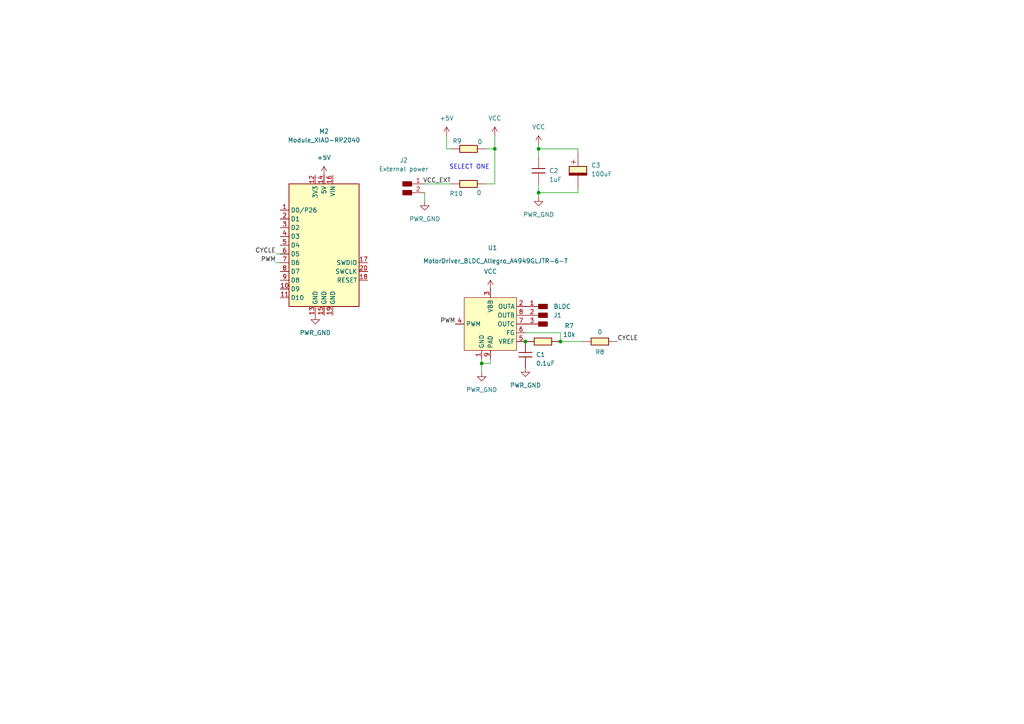
<source format=kicad_sch>
(kicad_sch (version 20250114) (generator "eeschema") (generator_version "9.0")
  (paper "A4")
  (lib_symbols
    (symbol "fab:CP_Elec_100uF_Panasonic_EEE-FN1E101UL" (pin_numbers (hide yes))
      (property "Reference" "C" (at 1.27 2.54 0))
      (property "Value" "CP_Elec_100uF_Panasonic_EEE-FN1E101UL" (at 1.27 -2.54 0))
      (symbol "CP_Elec_100uF_Panasonic_EEE-FN1E101UL_0_1"
        (rectangle (start -2.54 -0.635) (end 2.54 -1.27) (fill (type outline)))
        (polyline (pts (xy -2.54 -1.27) (xy -2.54 1.27) (xy 2.54 1.27) (xy 2.54 -1.27) (xy -2.54 -1.27)) (stroke (width 0.254)) (fill (type background)))
        (polyline (pts (xy -1.27 1.905) (xy -1.27 3.175)))
        (polyline (pts (xy -0.635 2.54) (xy -1.905 2.54)))
        (polyline (pts (xy 0 2.54) (xy 0 1.27)))
        (polyline (pts (xy 0 -1.27) (xy 0 -2.54)))
      )
      (symbol "CP_Elec_100uF_Panasonic_EEE-FN1E101UL_1_1"
        (pin passive line (at 0 5.08 270) (length 2.54) (name "~") (number "1"))
        (pin passive line (at 0 -5.08 90) (length 2.54) (name "~") (number "2"))
      )
    )
    (symbol "fab:C_1206" (pin_numbers (hide yes))
      (property "Reference" "C" (at 0.635 2.54 0))
      (property "Value" "C_1206" (at 0.635 -2.54 0))
      (symbol "C_1206_1_1"
        (polyline (pts (xy -1.905 0.635) (xy 1.905 0.635)) (stroke (width 0.25)))
        (polyline (pts (xy -1.905 -0.635) (xy 1.905 -0.635)) (stroke (width 0.25)))
        (pin passive line (at 0 3.81 270) (length 3.175) (name "~") (number "1"))
        (pin passive line (at 0 -3.81 90) (length 3.175) (name "~") (number "2"))
      )
    )
    (symbol "fab:Module_XIAO-RP2040"
      (property "Reference" "M1" (at 21.59 3.8802 0))
      (property "Value" "Module_XIAO-RP2040" (at 21.59 1.3402 0))
      (symbol "Module_XIAO-RP2040_1_1"
        (rectangle (start -10.16 20.32) (end 10.16 -15.24) (stroke (width 0.254)) (fill (type background)))
        (pin bidirectional line (at -12.7 12.7 0) (length 2.54) (name "D0/P26") (number "1"))
        (pin bidirectional line (at -12.7 10.16 0) (length 2.54) (name "D1") (number "2"))
        (pin bidirectional line (at -12.7 7.62 0) (length 2.54) (name "D2") (number "3"))
        (pin bidirectional line (at -12.7 5.08 0) (length 2.54) (name "D3") (number "4"))
        (pin bidirectional line (at -12.7 2.54 0) (length 2.54) (name "D4") (number "5"))
        (pin bidirectional line (at -12.7 0 0) (length 2.54) (name "D5") (number "6"))
        (pin bidirectional line (at -12.7 -2.54 0) (length 2.54) (name "D6") (number "7"))
        (pin bidirectional line (at -12.7 -5.08 0) (length 2.54) (name "D7") (number "8"))
        (pin bidirectional line (at -12.7 -7.62 0) (length 2.54) (name "D8") (number "9"))
        (pin bidirectional line (at -12.7 -10.16 0) (length 2.54) (name "D9") (number "10"))
        (pin bidirectional line (at -12.7 -12.7 0) (length 2.54) (name "D10") (number "11"))
        (pin power_in line (at -2.54 22.86 270) (length 2.54) (name "3V3") (number "12"))
        (pin power_in line (at -2.54 -17.78 90) (length 2.54) (name "GND") (number "13"))
        (pin power_in line (at 0 22.86 270) (length 2.54) (name "5V") (number "14"))
        (pin power_in line (at 0 -17.78 90) (length 2.54) (name "GND") (number "15"))
        (pin power_in line (at 2.54 22.86 270) (length 2.54) (name "VIN") (number "16"))
        (pin power_in line (at 2.54 -17.78 90) (length 2.54) (name "GND") (number "19"))
        (pin bidirectional line (at 12.7 -2.54 180) (length 2.54) (name "SWDIO") (number "17"))
        (pin input line (at 12.7 -5.08 180) (length 2.54) (name "SWCLK") (number "20"))
        (pin input line (at 12.7 -7.62 180) (length 2.54) (name "RESET") (number "18"))
      )
    )
    (symbol "fab:MotorDriver_BLDC_Allegro_A4949GLJTR-6-T"
      (property "Reference" "U" (at -7.62 8.89 0))
      (property "Value" "MotorDriver_BLDC_Allegro_A4949GLJTR-6-T" (at 1.27 8.89 0))
      (symbol "MotorDriver_BLDC_Allegro_A4949GLJTR-6-T_1_1"
        (rectangle (start -7.62 7.62) (end 7.62 -7.62) (fill (type background)))
        (pin input line (at -10.16 0 0) (length 2.54) (name "PWM") (number "4"))
        (pin power_in line (at -2.54 -10.16 90) (length 2.54) (name "GND") (number "1"))
        (pin power_in line (at 0 10.16 270) (length 2.54) (name "VBB") (number "3"))
        (pin power_in line (at 0 -10.16 90) (length 2.54) (name "PAD") (number "9"))
        (pin output line (at 10.16 5.08 180) (length 2.54) (name "OUTA") (number "2"))
        (pin output line (at 10.16 2.54 180) (length 2.54) (name "OUTB") (number "8"))
        (pin output line (at 10.16 0 180) (length 2.54) (name "OUTC") (number "7"))
        (pin output line (at 10.16 -2.54 180) (length 2.54) (name "FG") (number "6"))
        (pin output line (at 10.16 -5.08 180) (length 2.54) (name "VREF") (number "5"))
      )
    )
    (symbol "fab:PWR_GND" (power) (pin_names (offset 0))
      (property "Value" "PWR_GND" (at 0 -3.81 0))
      (symbol "PWR_GND_0_1"
        (polyline (pts (xy 0 0) (xy 0 -1.27) (xy 1.27 -1.27) (xy 0 -2.54) (xy -1.27 -1.27) (xy 0 -1.27)))
      )
      (symbol "PWR_GND_1_1"
        (pin power_in line (at 0 0 270) (length 0) (hide yes) (name "PWR_GND") (number "1"))
      )
    )
    (symbol "fab:PinHeader_01x02_P2.54mm_Horizontal_SMD" (pin_names (hide yes))
      (property "Reference" "J" (at 0 2.54 0))
      (property "Value" "PinHeader_01x02_P2.54mm_Horizontal_SMD" (at 0 -5.08 0))
      (symbol "PinHeader_01x02_P2.54mm_Horizontal_SMD_1_1"
        (rectangle (start -1.27 0.635) (end 1.27 -0.635) (stroke (width 0.254)) (fill (type outline)))
        (rectangle (start -1.27 -1.905) (end 1.27 -3.175) (stroke (width 0.254)) (fill (type outline)))
        (pin passive line (at 5.08 0 180) (length 3.81) (name "Pin_1") (number "1"))
        (pin passive line (at 5.08 -2.54 180) (length 3.81) (name "Pin_2") (number "2"))
      )
    )
    (symbol "fab:PinHeader_01x03_P2.54mm_Horizontal_SMD" (pin_names (hide yes))
      (property "Reference" "J" (at 0 5.08 0))
      (property "Value" "PinHeader_01x03_P2.54mm_Horizontal_SMD" (at 0 -5.08 0))
      (symbol "PinHeader_01x03_P2.54mm_Horizontal_SMD_1_1"
        (rectangle (start -1.27 3.175) (end 1.27 1.905) (stroke (width 0.254)) (fill (type outline)))
        (rectangle (start -1.27 0.635) (end 1.27 -0.635) (stroke (width 0.254)) (fill (type outline)))
        (rectangle (start -1.27 -1.905) (end 1.27 -3.175) (stroke (width 0.254)) (fill (type outline)))
        (pin passive line (at 5.08 2.54 180) (length 3.81) (name "Pin_1") (number "1"))
        (pin passive line (at 5.08 0 180) (length 3.81) (name "Pin_2") (number "2"))
        (pin passive line (at 5.08 -2.54 180) (length 3.81) (name "Pin_3") (number "3"))
      )
    )
    (symbol "fab:R_1206" (pin_numbers (hide yes)) (pin_names (offset 0))
      (property "Reference" "R" (at 2.54 0 90))
      (property "Value" "R_1206" (at -2.54 0 90))
      (symbol "R_1206_0_1"
        (rectangle (start -1.016 -2.54) (end 1.016 2.54) (stroke (width 0.254)) (fill (type background)))
      )
      (symbol "R_1206_1_1"
        (pin passive line (at 0 5.08 270) (length 2.54) (name "~") (number "1"))
        (pin passive line (at 0 -5.08 90) (length 2.54) (name "~") (number "2"))
      )
    )
    (symbol "power:+5V" (power) (pin_numbers (hide yes)) (pin_names (offset 0) (hide yes))
      (property "Value" "+5V" (at 0 3.556 0))
      (symbol "+5V_0_1"
        (polyline (pts (xy -0.762 1.27) (xy 0 2.54)))
        (polyline (pts (xy 0 2.54) (xy 0.762 1.27)))
        (polyline (pts (xy 0 0) (xy 0 2.54)))
      )
      (symbol "+5V_1_1"
        (pin power_in line (at 0 0 90) (length 0) (name "~") (number "1"))
      )
    )
    (symbol "power:VCC" (power) (pin_numbers (hide yes)) (pin_names (offset 0) (hide yes))
      (property "Value" "VCC" (at 0 3.556 0))
      (symbol "VCC_0_1"
        (polyline (pts (xy -0.762 1.27) (xy 0 2.54)))
        (polyline (pts (xy 0 2.54) (xy 0.762 1.27)))
        (polyline (pts (xy 0 0) (xy 0 2.54)))
      )
      (symbol "VCC_1_1"
        (pin power_in line (at 0 0 90) (length 0) (name "~") (number "1"))
      )
    )
  )
  (text "SELECT ONE" (at 136.144 48.514 0) (effects (font (size 1.27 1.27))))
  (junction (at 156.21 55.88))
  (junction (at 139.7 105.41))
  (junction (at 152.4 99.06))
  (junction (at 156.21 43.18))
  (junction (at 162.56 99.06))
  (junction (at 143.51 43.18))
  (wire (pts (xy 139.7 105.41) (xy 139.7 104.14)))
  (wire (pts (xy 167.64 55.88) (xy 167.64 54.61)))
  (wire (pts (xy 156.21 43.18) (xy 167.64 43.18)))
  (wire (pts (xy 156.21 41.91) (xy 156.21 43.18)))
  (wire (pts (xy 142.24 105.41) (xy 139.7 105.41)))
  (wire (pts (xy 142.24 104.14) (xy 142.24 105.41)))
  (wire (pts (xy 129.54 43.18) (xy 130.81 43.18)))
  (wire (pts (xy 143.51 43.18) (xy 143.51 53.34)))
  (wire (pts (xy 143.51 53.34) (xy 140.97 53.34)))
  (wire (pts (xy 143.51 39.37) (xy 143.51 43.18)))
  (wire (pts (xy 162.56 96.52) (xy 162.56 99.06)))
  (wire (pts (xy 139.7 107.95) (xy 139.7 105.41)))
  (wire (pts (xy 129.54 39.37) (xy 129.54 43.18)))
  (wire (pts (xy 156.21 55.88) (xy 167.64 55.88)))
  (wire (pts (xy 156.21 43.18) (xy 156.21 45.72)))
  (wire (pts (xy 156.21 57.15) (xy 156.21 55.88)))
  (wire (pts (xy 123.19 58.42) (xy 123.19 55.88)))
  (wire (pts (xy 156.21 55.88) (xy 156.21 53.34)))
  (wire (pts (xy 168.91 99.06) (xy 162.56 99.06)))
  (wire (pts (xy 123.19 53.34) (xy 130.81 53.34)))
  (wire (pts (xy 80.01 76.2) (xy 81.28 76.2)))
  (wire (pts (xy 167.64 44.45) (xy 167.64 43.18)))
  (wire (pts (xy 152.4 96.52) (xy 162.56 96.52)))
  (wire (pts (xy 80.01 73.66) (xy 81.28 73.66)))
  (wire (pts (xy 140.97 43.18) (xy 143.51 43.18)))
  (label "CYCLE" (at 179.07 99.06 0))
  (label "PWM" (at 80.01 76.2 180))
  (label "CYCLE" (at 80.01 73.66 180))
  (label "VCC_EXT" (at 130.81 53.34 180))
  (label "PWM" (at 132.08 93.98 180))
  (symbol (lib_id "fab:C_1206") (at 152.4 102.87 0) (unit 1)
    (property "Reference" "C1" (at 155.448 102.87 0) (effects (justify left)))
    (property "Value" "0.1uF" (at 155.448 105.41 0) (effects (justify left)))
    (property "Footprint" "fab:C_1206" (effects (hide yes)))
    (property "Datasheet" "https://www.yageo.com/upload/media/product/productsearch/datasheet/mlcc/UPY-GP_NP0_16V-to-50V_18.pdf" (effects (hide yes)))
    (property "Description" "Unpolarized capacitor, SMD, 1206" (effects (hide yes)))
  )
  (symbol (lib_id "fab:PWR_GND") (at 91.44 91.44 0) (unit 1)
    (property "Reference" "#PWR024" (effects (hide yes)))
    (property "Value" "PWR_GND" (at 91.44 96.52 0))
    (property "Description" "Power symbol creates a global label with name \"GND\" , ground" (effects (hide yes)))
  )
  (symbol (lib_id "fab:R_1206") (at 157.48 99.06 270) (unit 1)
    (property "Reference" "R7" (at 165.1 94.488 90))
    (property "Value" "10k" (at 165.1 97.028 90))
    (property "Footprint" "fab:R_1206" (effects (hide yes)))
    (property "Description" "Resistor" (effects (hide yes)))
  )
  (symbol (lib_id "fab:PinHeader_01x03_P2.54mm_Horizontal_SMD") (at 157.48 91.44 0) (mirror y) (unit 1)
    (property "Reference" "J1" (at 160.528 91.44 0) (effects (justify right)))
    (property "Value" "BLDC" (at 160.528 88.9 0) (effects (justify right)))
    (property "Footprint" "fab:PinHeader_01x03_P2.54mm_Horizontal_SMD" (effects (hide yes)))
    (property "Description" "Male connector, single row" (effects (hide yes)))
  )
  (symbol (lib_id "fab:R_1206") (at 135.89 53.34 90) (unit 1)
    (property "Reference" "R10" (at 132.334 56.134 90))
    (property "Value" "0" (at 138.938 55.88 90))
    (property "Footprint" "fab:R_1206" (effects (hide yes)))
    (property "Description" "Resistor" (effects (hide yes)))
  )
  (symbol (lib_id "fab:R_1206") (at 173.99 99.06 270) (unit 1)
    (property "Reference" "R8" (at 173.99 102.108 90))
    (property "Value" "0" (at 173.99 96.266 90))
    (property "Footprint" "fab:R_1206" (effects (hide yes)))
    (property "Description" "Resistor" (effects (hide yes)))
  )
  (symbol (lib_id "power:+5V") (at 129.54 39.37 0) (unit 1)
    (property "Reference" "#PWR07" (effects (hide yes)))
    (property "Value" "+5V" (at 129.54 34.29 0))
    (property "Description" "Power symbol creates a global label with name \"+5V\"" (effects (hide yes)))
  )
  (symbol (lib_id "fab:MotorDriver_BLDC_Allegro_A4949GLJTR-6-T") (at 142.24 93.98 0) (unit 1)
    (property "Reference" "U1" (at 141.478 71.882 0) (effects (justify left)))
    (property "Value" "MotorDriver_BLDC_Allegro_A4949GLJTR-6-T" (at 122.682 75.692 0) (effects (justify left)))
    (property "Footprint" "fab:MotorDriver_BLDC_Allegro_A4949GLJTR-6-T" (effects (hide yes)))
    (property "Datasheet" "https://www.digikey.com/en/products/detail/allegro-microsystems/A4949GLJTR-6-T/5014632" (effects (hide yes)))
    (property "Description" "50V/3A BRUSHED MOTOR DRIVER Toshiba TB67H451FNG,EL" (effects (hide yes)))
  )
  (symbol (lib_id "fab:PinHeader_01x02_P2.54mm_Horizontal_SMD") (at 118.11 53.34 0) (unit 1)
    (property "Reference" "J2" (at 117.094 46.482 0))
    (property "Value" "External power" (at 117.094 49.022 0))
    (property "Footprint" "fab:PinHeader_01x02_P2.54mm_Horizontal_SMD" (effects (hide yes)))
    (property "Description" "Male connector, single row" (effects (hide yes)))
  )
  (symbol (lib_id "power:VCC") (at 143.51 39.37 0) (unit 1)
    (property "Reference" "#PWR01" (effects (hide yes)))
    (property "Value" "VCC" (at 143.51 34.29 0))
    (property "Description" "Power symbol creates a global label with name \"VCC\"" (effects (hide yes)))
  )
  (symbol (lib_id "fab:Module_XIAO-RP2040") (at 93.98 73.66 0) (unit 1)
    (property "Reference" "M2" (at 93.98 38.1 0))
    (property "Value" "Module_XIAO-RP2040" (at 93.98 40.64 0))
    (property "Footprint" "fab:SeeedStudio_XIAO_RP2040_smd" (effects (hide yes)))
    (property "Datasheet" "https://wiki.seeedstudio.com/XIAO-RP2040/" (effects (hide yes)))
    (property "Description" "RP2040 XIAO RP2040 - ARM® Dual-Core Cortex®-M0+ MCU 32-Bit Embedded Evaluation Board" (effects (hide yes)))
  )
  (symbol (lib_id "fab:R_1206") (at 135.89 43.18 90) (unit 1)
    (property "Reference" "R9" (at 132.588 40.894 90))
    (property "Value" "0" (at 139.192 41.148 90))
    (property "Footprint" "fab:R_1206" (effects (hide yes)))
    (property "Description" "Resistor" (effects (hide yes)))
  )
  (symbol (lib_id "power:VCC") (at 142.24 83.82 0) (unit 1)
    (property "Reference" "#PWR02" (effects (hide yes)))
    (property "Value" "VCC" (at 142.24 78.74 0))
    (property "Description" "Power symbol creates a global label with name \"VCC\"" (effects (hide yes)))
  )
  (symbol (lib_id "fab:PWR_GND") (at 123.19 58.42 0) (unit 1)
    (property "Reference" "#PWR025" (effects (hide yes)))
    (property "Value" "PWR_GND" (at 123.19 63.5 0))
    (property "Description" "Power symbol creates a global label with name \"GND\" , ground" (effects (hide yes)))
  )
  (symbol (lib_id "fab:C_1206") (at 156.21 49.53 0) (unit 1)
    (property "Reference" "C2" (at 159.258 49.53 0) (effects (justify left)))
    (property "Value" "1uF" (at 159.258 52.07 0) (effects (justify left)))
    (property "Footprint" "fab:C_1206" (effects (hide yes)))
    (property "Datasheet" "https://www.yageo.com/upload/media/product/productsearch/datasheet/mlcc/UPY-GP_NP0_16V-to-50V_18.pdf" (effects (hide yes)))
    (property "Description" "Unpolarized capacitor, SMD, 1206" (effects (hide yes)))
  )
  (symbol (lib_id "fab:CP_Elec_100uF_Panasonic_EEE-FN1E101UL") (at 167.64 49.53 0) (unit 1)
    (property "Reference" "C3" (at 171.45 47.9424 0) (effects (justify left)))
    (property "Value" "100uF" (at 171.45 50.4824 0) (effects (justify left)))
    (property "Footprint" "fab:CP_Elec_100uF_Panasonic_EEE-FN1E101UL" (effects (hide yes)))
    (property "Datasheet" "https://api.pim.na.industrial.panasonic.com/file_stream/main/fileversion/19782" (effects (hide yes)))
    (property "Description" "Polarized capacitor, SMD, radial" (effects (hide yes)))
  )
  (symbol (lib_id "power:+5V") (at 93.98 50.8 0) (unit 1)
    (property "Reference" "#PWR08" (effects (hide yes)))
    (property "Value" "+5V" (at 93.98 45.72 0))
    (property "Description" "Power symbol creates a global label with name \"+5V\"" (effects (hide yes)))
  )
  (symbol (lib_id "fab:PWR_GND") (at 156.21 57.15 0) (unit 1)
    (property "Reference" "#PWR026" (effects (hide yes)))
    (property "Value" "PWR_GND" (at 156.21 62.23 0))
    (property "Description" "Power symbol creates a global label with name \"GND\" , ground" (effects (hide yes)))
  )
  (symbol (lib_id "fab:PWR_GND") (at 152.4 106.68 0) (unit 1)
    (property "Reference" "#PWR023" (effects (hide yes)))
    (property "Value" "PWR_GND" (at 152.4 111.76 0))
    (property "Description" "Power symbol creates a global label with name \"GND\" , ground" (effects (hide yes)))
  )
  (symbol (lib_id "fab:PWR_GND") (at 139.7 107.95 0) (unit 1)
    (property "Reference" "#PWR022" (effects (hide yes)))
    (property "Value" "PWR_GND" (at 139.7 113.03 0))
    (property "Description" "Power symbol creates a global label with name \"GND\" , ground" (effects (hide yes)))
  )
  (symbol (lib_id "power:VCC") (at 156.21 41.91 0) (unit 1)
    (property "Reference" "#PWR03" (effects (hide yes)))
    (property "Value" "VCC" (at 156.21 36.83 0))
    (property "Description" "Power symbol creates a global label with name \"VCC\"" (effects (hide yes)))
  )
)
</source>
